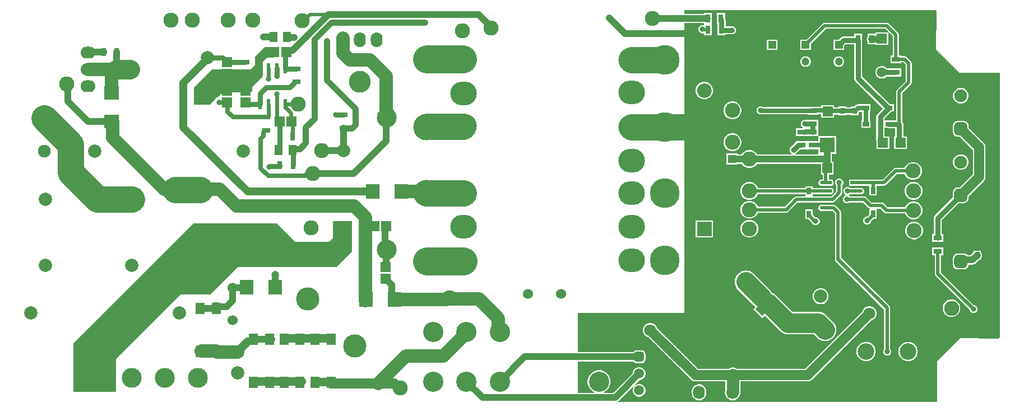
<source format=gbr>
%TF.GenerationSoftware,Altium Limited,Altium Designer,21.6.4 (81)*%
G04 Layer_Physical_Order=2*
G04 Layer_Color=16711680*
%FSLAX43Y43*%
%MOMM*%
%TF.SameCoordinates,45A01B4D-518A-40F9-B883-98BDF5CD3DE6*%
%TF.FilePolarity,Positive*%
%TF.FileFunction,Copper,L2,Bot,Signal*%
%TF.Part,Single*%
G01*
G75*
%TA.AperFunction,Conductor*%
%ADD15C,3.000*%
%ADD16C,0.800*%
%ADD17C,0.500*%
%ADD18C,1.500*%
%ADD19C,1.900*%
%ADD20C,2.000*%
%ADD21C,1.000*%
%ADD23C,4.000*%
%ADD25C,0.600*%
%ADD26C,0.700*%
%ADD29C,0.900*%
%TA.AperFunction,ComponentPad*%
%ADD39C,2.286*%
%ADD40C,4.500*%
%ADD41C,4.000*%
%ADD42O,4.000X3.600*%
%ADD43C,1.950*%
G04:AMPARAMS|DCode=44|XSize=1.95mm|YSize=1.95mm|CornerRadius=0.488mm|HoleSize=0mm|Usage=FLASHONLY|Rotation=90.000|XOffset=0mm|YOffset=0mm|HoleType=Round|Shape=RoundedRectangle|*
%AMROUNDEDRECTD44*
21,1,1.950,0.975,0,0,90.0*
21,1,0.975,1.950,0,0,90.0*
1,1,0.975,0.488,0.488*
1,1,0.975,0.488,-0.488*
1,1,0.975,-0.488,-0.488*
1,1,0.975,-0.488,0.488*
%
%ADD44ROUNDEDRECTD44*%
G04:AMPARAMS|DCode=45|XSize=1.5mm|YSize=1.5mm|CornerRadius=0.375mm|HoleSize=0mm|Usage=FLASHONLY|Rotation=90.000|XOffset=0mm|YOffset=0mm|HoleType=Round|Shape=RoundedRectangle|*
%AMROUNDEDRECTD45*
21,1,1.500,0.750,0,0,90.0*
21,1,0.750,1.500,0,0,90.0*
1,1,0.750,0.375,0.375*
1,1,0.750,0.375,-0.375*
1,1,0.750,-0.375,-0.375*
1,1,0.750,-0.375,0.375*
%
%ADD45ROUNDEDRECTD45*%
%ADD46C,1.500*%
%ADD47R,1.500X1.500*%
%ADD48C,2.500*%
%ADD49C,2.000*%
%ADD50C,3.500*%
%ADD51C,2.200*%
%ADD52R,2.200X2.200*%
%ADD53O,1.778X2.286*%
%ADD54C,3.302*%
%ADD55C,3.000*%
%ADD56O,1.778X2.032*%
%ADD57C,2.794*%
%ADD58O,2.286X1.778*%
%ADD59C,3.048*%
%ADD60R,3.048X3.048*%
%ADD61R,1.200X1.200*%
%ADD62C,1.200*%
%ADD63C,1.250*%
%ADD64R,1.250X1.250*%
%ADD65C,1.524*%
%TA.AperFunction,ViaPad*%
%ADD66C,0.800*%
%ADD67C,1.800*%
%ADD68C,1.270*%
%ADD69C,1.200*%
%TA.AperFunction,SMDPad,CuDef*%
%ADD70R,1.450X1.800*%
%ADD71R,2.000X2.300*%
%ADD72R,2.300X2.300*%
%ADD73R,0.800X1.250*%
%ADD74R,1.250X0.800*%
%ADD75R,0.800X0.900*%
%ADD76R,1.556X1.505*%
%ADD77R,0.700X1.000*%
%ADD78R,1.505X1.556*%
%ADD79R,0.600X1.500*%
%ADD80R,2.300X2.000*%
G04:AMPARAMS|DCode=81|XSize=1.874mm|YSize=0.543mm|CornerRadius=0.272mm|HoleSize=0mm|Usage=FLASHONLY|Rotation=180.000|XOffset=0mm|YOffset=0mm|HoleType=Round|Shape=RoundedRectangle|*
%AMROUNDEDRECTD81*
21,1,1.874,0.000,0,0,180.0*
21,1,1.331,0.543,0,0,180.0*
1,1,0.543,-0.665,0.000*
1,1,0.543,0.665,0.000*
1,1,0.543,0.665,0.000*
1,1,0.543,-0.665,0.000*
%
%ADD81ROUNDEDRECTD81*%
%ADD82R,1.874X0.543*%
%ADD83R,1.000X0.700*%
%ADD84R,1.207X1.508*%
G04:AMPARAMS|DCode=85|XSize=1.505mm|YSize=1.556mm|CornerRadius=0mm|HoleSize=0mm|Usage=FLASHONLY|Rotation=225.000|XOffset=0mm|YOffset=0mm|HoleType=Round|Shape=Rectangle|*
%AMROTATEDRECTD85*
4,1,4,-0.018,1.082,1.082,-0.018,0.018,-1.082,-1.082,0.018,-0.018,1.082,0.0*
%
%ADD85ROTATEDRECTD85*%

%TA.AperFunction,Conductor*%
%ADD86C,1.300*%
%ADD87C,0.300*%
%ADD88C,1.200*%
%ADD89C,4.200*%
%ADD90R,3.035X3.014*%
%ADD91R,3.296X3.106*%
%ADD92R,4.174X3.648*%
%ADD93R,2.090X3.300*%
%ADD94R,1.000X2.087*%
%ADD95R,0.780X1.556*%
%ADD96R,4.756X3.425*%
%ADD97R,2.254X2.207*%
%ADD98R,2.825X3.450*%
%ADD99R,6.545X2.625*%
%ADD100R,4.100X4.125*%
%ADD101R,4.925X2.809*%
G36*
X140011Y59491D02*
X140069Y59433D01*
X140011Y53655D01*
X143598Y50194D01*
X149646Y50194D01*
Y50100D01*
X149667D01*
Y10100D01*
X149554D01*
X149433Y9980D01*
X143624Y10038D01*
X140163Y6451D01*
X140163Y354D01*
Y333D01*
X91974D01*
X91941Y460D01*
X92059Y551D01*
X95223Y3715D01*
X95300D01*
X95542Y3780D01*
X95758Y3905D01*
X95935Y4082D01*
X96060Y4298D01*
X96125Y4540D01*
Y4790D01*
X96060Y5032D01*
X95935Y5248D01*
X95758Y5425D01*
X95542Y5550D01*
X95300Y5615D01*
X95050D01*
X94808Y5550D01*
X94592Y5425D01*
X94415Y5248D01*
X94290Y5032D01*
X94225Y4790D01*
Y4713D01*
X91268Y1756D01*
X89847D01*
X89822Y1883D01*
X89917Y1922D01*
X90199Y2111D01*
X90439Y2351D01*
X90628Y2633D01*
X90758Y2947D01*
X90824Y3280D01*
Y3620D01*
X90758Y3953D01*
X90628Y4267D01*
X90439Y4549D01*
X90199Y4789D01*
X89917Y4978D01*
X89603Y5108D01*
X89270Y5174D01*
X88930D01*
X88597Y5108D01*
X88283Y4978D01*
X88001Y4789D01*
X87761Y4549D01*
X87572Y4267D01*
X87442Y3953D01*
X87376Y3620D01*
Y3280D01*
X87442Y2947D01*
X87572Y2633D01*
X87761Y2351D01*
X88001Y2111D01*
X88283Y1922D01*
X88378Y1883D01*
X88353Y1756D01*
X85894D01*
Y6499D01*
X94330D01*
X94385Y6415D01*
X94576Y6288D01*
X94800Y6244D01*
X95550D01*
X95774Y6288D01*
X95965Y6415D01*
X96092Y6606D01*
X96136Y6830D01*
Y7580D01*
X96092Y7804D01*
X95965Y7995D01*
X95774Y8122D01*
X95550Y8166D01*
X94800D01*
X94576Y8122D01*
X94385Y7995D01*
X94330Y7911D01*
X85894D01*
Y13850D01*
X101951D01*
Y57660D01*
X104844D01*
X104934Y57570D01*
Y57548D01*
X104968Y57435D01*
Y57385D01*
X104862Y57314D01*
X104844Y57322D01*
X104606D01*
X104385Y57230D01*
X104305Y57150D01*
X104216Y57062D01*
X104125Y56841D01*
Y56602D01*
X104216Y56382D01*
X104385Y56213D01*
X104606Y56122D01*
X104844D01*
X104862Y56129D01*
X104874Y56122D01*
X104968D01*
Y55852D01*
X106168D01*
Y57435D01*
X106168Y57502D01*
X106134Y57615D01*
Y58149D01*
D01*
D01*
Y58149D01*
X106148Y58183D01*
X106172Y58366D01*
X106148Y58549D01*
X106134Y58583D01*
Y58583D01*
Y59198D01*
X104934D01*
Y59124D01*
Y59072D01*
X101951D01*
Y59667D01*
X140011D01*
Y59491D01*
D02*
G37*
G36*
X40026Y52561D02*
X39936Y52471D01*
X38946D01*
X38275Y51800D01*
Y49581D01*
X36450Y47756D01*
Y47225D01*
X32225D01*
X31424Y46424D01*
X31419Y46423D01*
X31237Y46317D01*
X31088Y46168D01*
X30982Y45986D01*
X30981Y45981D01*
X30347Y45347D01*
X27928D01*
Y47982D01*
X30596Y50650D01*
X36427D01*
X37150Y51373D01*
Y52570D01*
X38600Y54020D01*
X40025D01*
X40026Y52561D01*
D02*
G37*
G36*
X51799Y23124D02*
X49425Y20750D01*
X34500D01*
X30400Y16650D01*
X25850D01*
X16125Y6925D01*
X16125Y1900D01*
X9725D01*
Y9300D01*
X27825Y27400D01*
X40425Y27400D01*
X43239Y24586D01*
X48286D01*
X48900Y25200D01*
Y27700D01*
X51799D01*
Y23124D01*
D02*
G37*
%LPC*%
G36*
X108134Y59198D02*
X106934D01*
Y58432D01*
X106922Y58373D01*
Y58148D01*
X106934Y58088D01*
Y58028D01*
Y57548D01*
X106959D01*
Y57514D01*
X106968Y57502D01*
Y57195D01*
X106956Y57136D01*
Y56585D01*
X106968Y56526D01*
Y56466D01*
D01*
Y55852D01*
X108168D01*
Y55936D01*
Y55973D01*
X109200D01*
X109259Y55985D01*
X109319D01*
X109375Y56008D01*
X109434Y56020D01*
X109484Y56053D01*
X109540Y56076D01*
X109582Y56119D01*
X109633Y56152D01*
X109666Y56203D01*
X109709Y56245D01*
X109732Y56301D01*
X109765Y56351D01*
X109777Y56410D01*
X109800Y56466D01*
Y56526D01*
X109812Y56585D01*
X109800Y56644D01*
Y56704D01*
X109777Y56760D01*
X109765Y56819D01*
X109732Y56869D01*
X109709Y56925D01*
X109666Y56967D01*
X109633Y57018D01*
X109582Y57051D01*
X109540Y57094D01*
X109484Y57117D01*
X109434Y57150D01*
X109375Y57162D01*
X109319Y57185D01*
X109259D01*
X109200Y57197D01*
X108220D01*
Y58073D01*
X108185Y58248D01*
X108183Y58252D01*
Y58257D01*
X108173Y58307D01*
X108146Y58349D01*
Y58373D01*
X108134Y58432D01*
Y58492D01*
Y59198D01*
D02*
G37*
G36*
X116075Y55190D02*
X114475D01*
Y53590D01*
X116075D01*
Y55190D01*
D02*
G37*
G36*
X125435Y52650D02*
X125225D01*
X125021Y52595D01*
X124839Y52490D01*
X124690Y52341D01*
X124585Y52159D01*
X124530Y51955D01*
Y51745D01*
X124585Y51541D01*
X124690Y51359D01*
X124839Y51210D01*
X125021Y51105D01*
X125225Y51050D01*
X125435D01*
X125639Y51105D01*
X125821Y51210D01*
X125970Y51359D01*
X126075Y51541D01*
X126130Y51745D01*
Y51955D01*
X126075Y52159D01*
X125970Y52341D01*
X125821Y52490D01*
X125639Y52595D01*
X125435Y52650D01*
D02*
G37*
G36*
X120420D02*
X120210D01*
X120006Y52595D01*
X119824Y52490D01*
X119675Y52341D01*
X119570Y52159D01*
X119515Y51955D01*
Y51745D01*
X119570Y51541D01*
X119675Y51359D01*
X119824Y51210D01*
X120006Y51105D01*
X120210Y51050D01*
X120420D01*
X120624Y51105D01*
X120806Y51210D01*
X120955Y51359D01*
X121060Y51541D01*
X121115Y51745D01*
Y51955D01*
X121060Y52159D01*
X120955Y52341D01*
X120806Y52490D01*
X120624Y52595D01*
X120420Y52650D01*
D02*
G37*
G36*
X131950Y51185D02*
X131700D01*
X131458Y51120D01*
X131242Y50995D01*
X131065Y50818D01*
X130940Y50602D01*
X130875Y50360D01*
Y50110D01*
X130940Y49868D01*
X131065Y49652D01*
X131242Y49475D01*
X131458Y49350D01*
X131700Y49285D01*
X131950D01*
X132192Y49350D01*
X132408Y49475D01*
X132539Y49606D01*
X133125D01*
Y49600D01*
X134775D01*
Y50800D01*
X134080D01*
X133933Y50829D01*
X132574D01*
X132408Y50995D01*
X132192Y51120D01*
X131950Y51185D01*
D02*
G37*
G36*
X105171Y48770D02*
X104829D01*
X104498Y48681D01*
X104202Y48510D01*
X103960Y48268D01*
X103789Y47972D01*
X103700Y47641D01*
Y47299D01*
X103789Y46968D01*
X103960Y46672D01*
X104202Y46430D01*
X104498Y46259D01*
X104829Y46170D01*
X105171D01*
X105502Y46259D01*
X105798Y46430D01*
X106040Y46672D01*
X106211Y46968D01*
X106300Y47299D01*
Y47641D01*
X106211Y47972D01*
X106040Y48268D01*
X105798Y48510D01*
X105502Y48681D01*
X105171Y48770D01*
D02*
G37*
G36*
X143905Y47850D02*
X143596D01*
X143297Y47770D01*
X143029Y47615D01*
X142810Y47396D01*
X142656Y47128D01*
X142576Y46829D01*
Y46520D01*
X142656Y46221D01*
X142810Y45953D01*
X143029Y45735D01*
X143297Y45580D01*
X143596Y45500D01*
X143905D01*
X144204Y45580D01*
X144472Y45735D01*
X144691Y45953D01*
X144846Y46221D01*
X144926Y46520D01*
Y46829D01*
X144846Y47128D01*
X144691Y47396D01*
X144472Y47615D01*
X144204Y47770D01*
X143905Y47850D01*
D02*
G37*
G36*
X129430Y45386D02*
X128215D01*
X128055Y45354D01*
X127955Y45312D01*
X127819Y45222D01*
X127647Y45050D01*
X127155D01*
Y44958D01*
Y44924D01*
X126455D01*
Y44958D01*
Y45050D01*
X125255D01*
Y44958D01*
Y44924D01*
X124633D01*
Y44958D01*
Y45278D01*
X122677D01*
Y45051D01*
Y45017D01*
X122244D01*
Y45025D01*
X120594D01*
Y45001D01*
X113735D01*
X113603Y45056D01*
X113364D01*
X113144Y44965D01*
X112975Y44796D01*
X112884Y44575D01*
Y44337D01*
X112975Y44116D01*
X113144Y43947D01*
X113364Y43856D01*
X113603D01*
X113661Y43880D01*
X120594D01*
Y43845D01*
Y43825D01*
X122244D01*
Y43861D01*
Y43895D01*
X122677D01*
Y43861D01*
Y43373D01*
X124633D01*
Y43768D01*
Y43802D01*
X125255D01*
Y43768D01*
Y43750D01*
X126455D01*
Y43768D01*
Y43802D01*
X127155D01*
Y43768D01*
Y43750D01*
X128355D01*
Y44123D01*
Y44172D01*
X128447Y44264D01*
X128869D01*
Y42925D01*
X128730D01*
Y41825D01*
X129375D01*
X129430Y41814D01*
X129484Y41825D01*
X130130D01*
Y42925D01*
X129990D01*
Y44275D01*
X130130D01*
Y45375D01*
X129484D01*
X129430Y45386D01*
D02*
G37*
G36*
X109427Y45818D02*
X109073D01*
X108732Y45726D01*
X108425Y45550D01*
X108175Y45300D01*
X107999Y44993D01*
X107907Y44652D01*
Y44298D01*
X107999Y43957D01*
X108175Y43650D01*
X108425Y43400D01*
X108732Y43224D01*
X109073Y43132D01*
X109427D01*
X109768Y43224D01*
X110075Y43400D01*
X110325Y43650D01*
X110501Y43957D01*
X110593Y44298D01*
Y44652D01*
X110501Y44993D01*
X110325Y45300D01*
X110075Y45550D01*
X109768Y45726D01*
X109427Y45818D01*
D02*
G37*
G36*
X132575Y57734D02*
X123200D01*
X123069Y57708D01*
X122987Y57674D01*
X122876Y57599D01*
X120466Y55190D01*
X119515D01*
Y53590D01*
X121115D01*
Y54501D01*
Y54541D01*
X123390Y56816D01*
X132385D01*
X132833Y56368D01*
X132757Y56265D01*
X132656Y56265D01*
X132472D01*
D01*
X130875D01*
D01*
Y56209D01*
X130855Y56090D01*
X129655D01*
Y55633D01*
X129644Y55618D01*
X129608Y55533D01*
X129573Y55448D01*
X129549Y55265D01*
X129573Y55082D01*
X129608Y54997D01*
X129644Y54912D01*
X129655Y54897D01*
Y54885D01*
Y54440D01*
X130855D01*
X130875Y54365D01*
X132775D01*
Y55962D01*
D01*
Y56139D01*
X132775Y56247D01*
X132878Y56323D01*
X133491Y55710D01*
Y52800D01*
X133125D01*
Y51600D01*
X134775D01*
Y51647D01*
Y51741D01*
X135060D01*
X135417Y51384D01*
Y48891D01*
X134126Y47599D01*
X134051Y47488D01*
X134017Y47406D01*
X133991Y47275D01*
Y42987D01*
X132930D01*
X132755Y42952D01*
X132690Y42925D01*
X132249D01*
Y42925D01*
X132230D01*
X132212Y43045D01*
Y43291D01*
X133196Y44275D01*
X133630D01*
Y45375D01*
X133095D01*
X128867Y49603D01*
Y55068D01*
X128855Y55127D01*
Y55187D01*
Y56090D01*
X127655D01*
Y55717D01*
Y55680D01*
X126058D01*
X125883Y55645D01*
X125774Y55600D01*
X125625Y55500D01*
X125315Y55190D01*
X124530D01*
Y53590D01*
X126130D01*
Y54221D01*
Y54275D01*
X126311Y54456D01*
X127643D01*
Y49350D01*
X127678Y49175D01*
X127723Y49065D01*
X127822Y48917D01*
X131965Y44774D01*
X131167Y43977D01*
X131068Y43828D01*
X131023Y43719D01*
X130988Y43544D01*
Y39928D01*
X130994Y39897D01*
Y39822D01*
Y38623D01*
X132951D01*
Y40528D01*
X132212D01*
Y41705D01*
X132230Y41825D01*
X132249D01*
Y41825D01*
X132690D01*
X132755Y41798D01*
X132930Y41763D01*
X133838D01*
Y40528D01*
X133669D01*
Y38623D01*
X135626D01*
Y40528D01*
X135062D01*
Y42350D01*
X135059Y42362D01*
X135062Y42375D01*
X135027Y42550D01*
X134982Y42659D01*
X134909Y42768D01*
Y47085D01*
X136200Y48376D01*
X136274Y48488D01*
X136308Y48569D01*
X136334Y48701D01*
Y51574D01*
X136308Y51705D01*
X136274Y51787D01*
X136200Y51898D01*
X135574Y52524D01*
X135463Y52599D01*
X135381Y52633D01*
X135250Y52659D01*
X134775D01*
Y52687D01*
Y52800D01*
X134409D01*
Y55900D01*
X134383Y56031D01*
X134349Y56113D01*
X134275Y56224D01*
X132899Y57599D01*
X132788Y57674D01*
X132706Y57708D01*
X132575Y57734D01*
D02*
G37*
G36*
X120200Y43037D02*
X120141Y43025D01*
X120081D01*
X120025Y43002D01*
X119966Y42990D01*
X119916Y42957D01*
X119860Y42934D01*
X119818Y42891D01*
X119767Y42858D01*
X119734Y42807D01*
X119691Y42765D01*
X119668Y42709D01*
X119635Y42659D01*
X119623Y42600D01*
X119600Y42544D01*
Y42484D01*
X119588Y42425D01*
X119600Y42366D01*
Y42306D01*
X119623Y42250D01*
X119635Y42191D01*
X119668Y42141D01*
X119691Y42085D01*
X119734Y42043D01*
X119767Y41992D01*
Y41992D01*
X119818Y41959D01*
X119849Y41927D01*
X119844Y41878D01*
X119811Y41800D01*
X118830D01*
Y40600D01*
X120029D01*
X120152Y40576D01*
X120275Y40600D01*
X120480D01*
Y40600D01*
X120594Y40600D01*
Y40600D01*
X121361D01*
X121419Y40588D01*
X121477Y40600D01*
X122099D01*
X122205Y40550D01*
X122205Y40478D01*
Y39800D01*
X120594D01*
Y39800D01*
X120594D01*
X120480Y39800D01*
X120480D01*
Y39800D01*
X119714D01*
X119655Y39812D01*
X119225D01*
X119166Y39800D01*
X118830D01*
Y39658D01*
X118792Y39633D01*
X118067Y38908D01*
X118034Y38857D01*
X117991Y38815D01*
X117968Y38759D01*
X117935Y38709D01*
X117923Y38650D01*
X117900Y38594D01*
Y38534D01*
X117888Y38475D01*
X117900Y38416D01*
Y38356D01*
X117923Y38300D01*
X117935Y38241D01*
X117968Y38191D01*
X117991Y38135D01*
X118034Y38093D01*
X118067Y38042D01*
X118118Y38009D01*
X118160Y37966D01*
X118216Y37943D01*
X118231Y37933D01*
X118193Y37806D01*
X112957D01*
X112889Y37925D01*
X112639Y38175D01*
X112332Y38351D01*
X111991Y38443D01*
X111637D01*
X111296Y38351D01*
X110990Y38175D01*
X110739Y37925D01*
X110671Y37806D01*
X110025D01*
Y37858D01*
Y37925D01*
X108375D01*
Y36275D01*
X110025D01*
Y36342D01*
Y36394D01*
X110671D01*
X110739Y36275D01*
X110990Y36025D01*
X111296Y35849D01*
X111637Y35757D01*
X111991D01*
X112332Y35849D01*
X112639Y36025D01*
X112889Y36275D01*
X112957Y36394D01*
X122627D01*
Y36342D01*
Y34747D01*
X122896D01*
Y34011D01*
X122724D01*
X122586Y33984D01*
X122500Y33948D01*
X122384Y33870D01*
X122306Y33753D01*
X122270Y33668D01*
X122243Y33530D01*
X122270Y33392D01*
X122306Y33307D01*
X122384Y33190D01*
X122500Y33112D01*
X122586Y33076D01*
X122724Y33049D01*
X124054D01*
X124238Y33086D01*
X124394Y33190D01*
X124499Y33346D01*
X124535Y33530D01*
X124504Y33687D01*
X124500Y33686D01*
X124472Y33753D01*
X124394Y33870D01*
X124278Y33948D01*
X124192Y33984D01*
X124054Y34011D01*
X123814D01*
Y34747D01*
X124532D01*
Y36703D01*
X124261D01*
Y37850D01*
X124905D01*
Y40550D01*
X122350D01*
X122244Y40600D01*
X122244Y40672D01*
Y41698D01*
Y41700D01*
Y41800D01*
X122244D01*
D01*
X122244D01*
X122244Y41825D01*
D01*
X122244D01*
D01*
Y43025D01*
X121478D01*
X121419Y43037D01*
X120200D01*
X120200Y43037D01*
D02*
G37*
G36*
X109427Y40993D02*
X109073D01*
X108732Y40901D01*
X108425Y40725D01*
X108175Y40475D01*
X107999Y40168D01*
X107907Y39827D01*
Y39473D01*
X107999Y39132D01*
X108175Y38825D01*
X108425Y38575D01*
X108732Y38399D01*
X109073Y38307D01*
X109427D01*
X109768Y38399D01*
X110075Y38575D01*
X110325Y38825D01*
X110501Y39132D01*
X110593Y39473D01*
Y39827D01*
X110501Y40168D01*
X110325Y40475D01*
X110075Y40725D01*
X109768Y40901D01*
X109427Y40993D01*
D02*
G37*
G36*
X143905Y37825D02*
X143596D01*
X143297Y37745D01*
X143029Y37590D01*
X142810Y37371D01*
X142656Y37103D01*
X142576Y36804D01*
Y36495D01*
X142656Y36196D01*
X142810Y35928D01*
X143029Y35710D01*
X143297Y35555D01*
X143596Y35475D01*
X143905D01*
X144204Y35555D01*
X144472Y35710D01*
X144691Y35928D01*
X144846Y36196D01*
X144926Y36495D01*
Y36804D01*
X144846Y37103D01*
X144691Y37371D01*
X144472Y37590D01*
X144204Y37745D01*
X143905Y37825D01*
D02*
G37*
G36*
X136727Y36642D02*
X136373D01*
X136032Y36551D01*
X135725Y36374D01*
X135475Y36124D01*
X135299Y35818D01*
X135283Y35758D01*
X133900D01*
X133769Y35732D01*
X133687Y35698D01*
X133575Y35624D01*
X131941Y33989D01*
X129158D01*
Y34002D01*
X126884D01*
Y33058D01*
X129158D01*
Y33071D01*
X129852D01*
X129950Y33000D01*
D01*
Y31600D01*
X131050D01*
Y33000D01*
D01*
D01*
X131148Y33071D01*
X132131D01*
X132262Y33097D01*
X132344Y33131D01*
X132455Y33206D01*
X134090Y34840D01*
X135283D01*
X135299Y34781D01*
X135475Y34475D01*
X135725Y34225D01*
X136032Y34048D01*
X136373Y33956D01*
X136727D01*
X137068Y34048D01*
X137375Y34225D01*
X137625Y34475D01*
X137801Y34781D01*
X137893Y35122D01*
Y35476D01*
X137801Y35818D01*
X137625Y36124D01*
X137375Y36374D01*
X137068Y36551D01*
X136727Y36642D01*
D02*
G37*
G36*
X126749Y32860D02*
X126511D01*
X126290Y32769D01*
X126187Y32666D01*
X126121Y32600D01*
X126030Y32379D01*
Y32141D01*
X126121Y31920D01*
X126290Y31751D01*
X126327Y31736D01*
Y31667D01*
X126336Y31656D01*
X126327Y31647D01*
Y31599D01*
X126244Y31565D01*
X126075Y31396D01*
X125984Y31175D01*
Y30937D01*
X126075Y30716D01*
X126244Y30547D01*
X126465Y30456D01*
X126703D01*
X126905Y30539D01*
X127203D01*
X127356Y30509D01*
X128686D01*
X128756Y30523D01*
X129004D01*
X129776Y29751D01*
X129925Y29651D01*
X130046Y29627D01*
X130034Y29500D01*
X129950D01*
Y28749D01*
X129593Y28392D01*
X129461D01*
X129240Y28301D01*
X129071Y28132D01*
X128980Y27911D01*
Y27673D01*
X129071Y27452D01*
X129240Y27283D01*
X129461Y27192D01*
X129699D01*
X129920Y27283D01*
X130089Y27452D01*
X130180Y27673D01*
Y27681D01*
X130599Y28100D01*
X131050D01*
Y29489D01*
X131050Y29498D01*
Y29500D01*
D01*
Y29500D01*
X131076Y29616D01*
X131609D01*
X132200Y29025D01*
X132311Y28951D01*
X132393Y28917D01*
X132524Y28891D01*
X135335D01*
X135351Y28831D01*
X135528Y28525D01*
X135778Y28275D01*
X136085Y28098D01*
X136426Y28006D01*
X136780D01*
X137121Y28098D01*
X137428Y28275D01*
X137678Y28525D01*
X137854Y28831D01*
X137946Y29173D01*
Y29526D01*
X137854Y29868D01*
X137678Y30174D01*
X137651Y30201D01*
X137428Y30424D01*
X137121Y30601D01*
X136780Y30692D01*
X136426D01*
X136085Y30601D01*
X135778Y30424D01*
X135555Y30201D01*
X135528Y30174D01*
X135351Y29868D01*
X135335Y29808D01*
X132714D01*
X132123Y30399D01*
X132012Y30474D01*
X131930Y30508D01*
X131799Y30534D01*
X130291D01*
X129518Y31306D01*
X129407Y31380D01*
X129325Y31414D01*
X129194Y31441D01*
X128839D01*
X128686Y31471D01*
X127356D01*
X127286Y31457D01*
X127031D01*
X126924Y31565D01*
X126887Y31580D01*
Y31717D01*
X126970Y31751D01*
X127020Y31801D01*
X127245D01*
X127356Y31779D01*
X128686D01*
X128824Y31806D01*
X128910Y31842D01*
X129026Y31920D01*
X129104Y32037D01*
X129140Y32122D01*
X129167Y32260D01*
X129140Y32398D01*
X129104Y32483D01*
X129026Y32600D01*
X128910Y32678D01*
X128824Y32714D01*
X128686Y32741D01*
X127356D01*
X127245Y32719D01*
X127020D01*
X126970Y32769D01*
X126749Y32860D01*
D02*
G37*
G36*
X125519Y34150D02*
X125281D01*
X125060Y34059D01*
X124891Y33890D01*
X124800Y33669D01*
Y33431D01*
X124891Y33210D01*
X124941Y33160D01*
Y32190D01*
X124208Y31457D01*
X124124D01*
X124054Y31471D01*
X122724D01*
X122612Y31449D01*
X121346D01*
X121344Y31575D01*
X121344Y31576D01*
Y31809D01*
X122575D01*
X122724Y31779D01*
X124054D01*
X124238Y31816D01*
X124394Y31920D01*
X124499Y32076D01*
X124535Y32260D01*
X124499Y32444D01*
X124394Y32600D01*
X124238Y32704D01*
X124054Y32741D01*
X122724D01*
X122650Y32726D01*
X121344D01*
Y32755D01*
Y32975D01*
X120244D01*
Y32762D01*
Y32734D01*
X113082D01*
X113066Y32793D01*
X112889Y33100D01*
X112639Y33350D01*
X112332Y33526D01*
X111991Y33618D01*
X111637D01*
X111296Y33526D01*
X110990Y33350D01*
X110739Y33100D01*
X110563Y32793D01*
X110471Y32452D01*
Y32098D01*
X110563Y31757D01*
X110739Y31450D01*
X110990Y31200D01*
X111296Y31024D01*
X111637Y30932D01*
X111991D01*
X112332Y31024D01*
X112639Y31200D01*
X112889Y31450D01*
X113066Y31757D01*
X113082Y31816D01*
X120244D01*
Y31576D01*
X120244Y31575D01*
X120242Y31449D01*
X118915D01*
X118784Y31423D01*
X118702Y31389D01*
X118591Y31314D01*
X117183Y29907D01*
X113082D01*
X113066Y29967D01*
X112889Y30273D01*
X112639Y30523D01*
X112332Y30700D01*
X111991Y30791D01*
X111637D01*
X111296Y30700D01*
X110990Y30523D01*
X110739Y30273D01*
X110563Y29967D01*
X110471Y29625D01*
Y29271D01*
X110563Y28930D01*
X110739Y28624D01*
X110990Y28374D01*
X111296Y28197D01*
X111637Y28105D01*
X111991D01*
X112332Y28197D01*
X112639Y28374D01*
X112889Y28624D01*
X113066Y28930D01*
X113082Y28989D01*
X117373D01*
X117505Y29016D01*
X117586Y29050D01*
X117698Y29124D01*
X119105Y30531D01*
X122612D01*
X122724Y30509D01*
X124054D01*
X124207Y30539D01*
X124398D01*
X124530Y30566D01*
X124611Y30600D01*
X124723Y30674D01*
X125724Y31676D01*
X125799Y31787D01*
X125811Y31816D01*
X125819Y31818D01*
X125824Y31824D01*
X125859Y32000D01*
Y33160D01*
X125887Y33189D01*
X125909Y33210D01*
X126000Y33431D01*
Y33669D01*
X125909Y33890D01*
X125740Y34059D01*
X125519Y34150D01*
D02*
G37*
G36*
X136780Y33618D02*
X136426D01*
X136085Y33526D01*
X135778Y33350D01*
X135528Y33100D01*
X135351Y32793D01*
X135260Y32452D01*
Y32098D01*
X135351Y31757D01*
X135528Y31450D01*
X135573Y31406D01*
X135778Y31200D01*
X136085Y31024D01*
X136426Y30932D01*
X136780D01*
X137121Y31024D01*
X137428Y31200D01*
X137678Y31450D01*
X137854Y31757D01*
X137946Y32098D01*
Y32452D01*
X137854Y32793D01*
X137678Y33100D01*
X137428Y33350D01*
X137121Y33526D01*
X136780Y33618D01*
D02*
G37*
G36*
X121344Y29475D02*
X120244D01*
Y28075D01*
X120695D01*
X121282Y27487D01*
X121335Y27360D01*
X121504Y27191D01*
X121724Y27100D01*
X121963D01*
X122184Y27191D01*
X122352Y27360D01*
X122444Y27581D01*
Y27819D01*
X122352Y28040D01*
X122184Y28209D01*
X121963Y28300D01*
X121768D01*
X121344Y28724D01*
Y28764D01*
Y29475D01*
D02*
G37*
G36*
X111991Y27918D02*
X111637D01*
X111296Y27826D01*
X110990Y27650D01*
X110739Y27400D01*
X110563Y27093D01*
X110471Y26752D01*
Y26398D01*
X110563Y26057D01*
X110739Y25750D01*
X110990Y25500D01*
X111296Y25324D01*
X111637Y25232D01*
X111991D01*
X112332Y25324D01*
X112639Y25500D01*
X112889Y25750D01*
X113066Y26057D01*
X113157Y26398D01*
Y26752D01*
X113066Y27093D01*
X112889Y27400D01*
X112639Y27650D01*
X112332Y27826D01*
X111991Y27918D01*
D02*
G37*
G36*
X106300Y27830D02*
X103700D01*
Y25230D01*
X106300D01*
Y27830D01*
D02*
G37*
G36*
X136861Y27649D02*
X136507D01*
X136166Y27557D01*
X135859Y27381D01*
X135609Y27131D01*
X135432Y26824D01*
X135341Y26483D01*
Y26129D01*
X135432Y25788D01*
X135609Y25481D01*
X135859Y25231D01*
X136166Y25055D01*
X136507Y24963D01*
X136861D01*
X137202Y25055D01*
X137509Y25231D01*
X137759Y25481D01*
X137935Y25788D01*
X138027Y26129D01*
Y26483D01*
X137935Y26824D01*
X137759Y27131D01*
X137509Y27381D01*
X137202Y27557D01*
X136861Y27649D01*
D02*
G37*
G36*
X144238Y42856D02*
X143263D01*
X143084Y42832D01*
X142916Y42763D01*
X142773Y42653D01*
X142663Y42509D01*
X142593Y42342D01*
X142570Y42162D01*
Y41187D01*
X142593Y41008D01*
X142663Y40841D01*
X142773Y40697D01*
X142916Y40587D01*
X143084Y40517D01*
X143263Y40494D01*
X143576D01*
X145581Y38489D01*
Y34835D01*
X143576Y32831D01*
X143263D01*
X143084Y32807D01*
X142916Y32738D01*
X142773Y32628D01*
X142663Y32484D01*
X142593Y32317D01*
X142570Y32137D01*
Y31334D01*
X139843Y28607D01*
X139743Y28458D01*
X139698Y28349D01*
X139663Y28174D01*
Y25775D01*
X139450D01*
Y24575D01*
X140216D01*
X140275Y24563D01*
X140334Y24575D01*
X141100D01*
Y25775D01*
X140887D01*
Y27921D01*
X143435Y30469D01*
X144238D01*
X144418Y30492D01*
X144585Y30562D01*
X144728Y30672D01*
X144839Y30816D01*
X144908Y30983D01*
X144932Y31162D01*
Y31476D01*
X147217Y33761D01*
X147369Y33959D01*
X147465Y34190D01*
X147498Y34438D01*
Y38886D01*
X147465Y39134D01*
X147369Y39365D01*
X147217Y39564D01*
X144932Y41849D01*
Y42162D01*
X144908Y42342D01*
X144839Y42509D01*
X144728Y42653D01*
X144585Y42763D01*
X144418Y42832D01*
X144238Y42856D01*
D02*
G37*
G36*
X146247Y23281D02*
X146201Y23275D01*
X145697D01*
Y23023D01*
X145230Y22556D01*
X144764D01*
X144728Y22603D01*
X144584Y22713D01*
X144417Y22782D01*
X144238Y22806D01*
X143262D01*
X143083Y22782D01*
X142916Y22713D01*
X142772Y22603D01*
X142662Y22459D01*
X142593Y22292D01*
X142569Y22112D01*
Y21138D01*
X142593Y20958D01*
X142662Y20791D01*
X142772Y20647D01*
X142916Y20537D01*
X143083Y20468D01*
X143262Y20444D01*
X144238D01*
X144417Y20468D01*
X144584Y20537D01*
X144728Y20647D01*
X144838Y20791D01*
X144907Y20958D01*
X144931Y21138D01*
Y21144D01*
X145522D01*
X145705Y21168D01*
X145790Y21203D01*
X145875Y21239D01*
X146021Y21351D01*
X146546Y21875D01*
X146797D01*
Y22074D01*
Y22142D01*
X146859Y22222D01*
X146894Y22307D01*
X146929Y22392D01*
X146953Y22575D01*
X146929Y22758D01*
X146894Y22843D01*
X146859Y22928D01*
X146797Y23008D01*
Y23076D01*
Y23275D01*
X146293D01*
X146247Y23281D01*
D02*
G37*
G36*
X122733Y17550D02*
X122417D01*
X122112Y17468D01*
X121838Y17310D01*
X121614Y17087D01*
X121456Y16813D01*
X121375Y16508D01*
Y16192D01*
X121456Y15887D01*
X121614Y15613D01*
X121838Y15390D01*
X122112Y15232D01*
X122417Y15150D01*
X122733D01*
X123038Y15232D01*
X123312Y15390D01*
X123535Y15613D01*
X123693Y15887D01*
X123775Y16192D01*
Y16508D01*
X123693Y16813D01*
X123535Y17087D01*
X123312Y17310D01*
X123038Y17468D01*
X122733Y17550D01*
D02*
G37*
G36*
X141100Y23775D02*
X139450D01*
Y22575D01*
X139816D01*
Y19775D01*
X139842Y19644D01*
X139876Y19562D01*
X139951Y19450D01*
X145050Y14351D01*
Y14281D01*
X145141Y14060D01*
X145310Y13891D01*
X145531Y13800D01*
X145769D01*
X145990Y13891D01*
X146159Y14060D01*
X146250Y14281D01*
Y14519D01*
X146159Y14740D01*
X145990Y14909D01*
X145769Y15000D01*
X145699D01*
X140734Y19965D01*
Y22575D01*
X141100D01*
Y23775D01*
D02*
G37*
G36*
X142523Y15889D02*
X142170D01*
X141828Y15798D01*
X141522Y15621D01*
X141272Y15371D01*
X141095Y15065D01*
X141003Y14723D01*
Y14370D01*
X141095Y14028D01*
X141272Y13722D01*
X141522Y13472D01*
X141828Y13295D01*
X142170Y13203D01*
X142523D01*
X142865Y13295D01*
X143171Y13472D01*
X143421Y13722D01*
X143598Y14028D01*
X143689Y14370D01*
Y14723D01*
X143598Y15065D01*
X143421Y15371D01*
X143171Y15621D01*
X142865Y15798D01*
X142523Y15889D01*
D02*
G37*
G36*
X111325Y20258D02*
X110992Y20225D01*
X110752Y20153D01*
X110597Y20089D01*
X110376Y19970D01*
X110117Y19758D01*
X109905Y19499D01*
X109786Y19278D01*
X109722Y19123D01*
X109650Y18883D01*
X109617Y18550D01*
X109650Y18217D01*
X109722Y17977D01*
X109786Y17822D01*
X109905Y17601D01*
X110117Y17342D01*
X112442Y15017D01*
X112650Y14847D01*
X112673Y14690D01*
X112552Y14570D01*
X112388Y14405D01*
X113771Y13022D01*
X114049Y13299D01*
X114142Y13392D01*
X116442Y11092D01*
X116701Y10880D01*
X116922Y10761D01*
X117077Y10697D01*
X117317Y10625D01*
X117650Y10592D01*
X121517D01*
X122017Y10092D01*
X122276Y9880D01*
X122497Y9761D01*
X122652Y9697D01*
X122892Y9625D01*
X123225Y9592D01*
X123558Y9625D01*
X123798Y9697D01*
X123953Y9761D01*
X124174Y9880D01*
X124433Y10092D01*
X124645Y10351D01*
X124764Y10572D01*
X124828Y10727D01*
X124900Y10967D01*
X124933Y11300D01*
X124900Y11633D01*
X124828Y11873D01*
X124764Y12028D01*
X124645Y12249D01*
X124433Y12508D01*
X123433Y13508D01*
X123174Y13720D01*
X122953Y13839D01*
X122798Y13903D01*
X122558Y13975D01*
X122225Y14008D01*
X118358D01*
X115866Y16500D01*
X115607Y16712D01*
X115386Y16831D01*
X115232Y16894D01*
X115218Y16899D01*
X115216Y16901D01*
X115209Y16904D01*
X115189Y16953D01*
X115070Y17174D01*
X114858Y17433D01*
X112533Y19758D01*
X112274Y19970D01*
X112053Y20089D01*
X111898Y20153D01*
X111658Y20225D01*
X111325Y20258D01*
D02*
G37*
G36*
X124054Y30201D02*
X122724D01*
X122586Y30174D01*
X122500Y30138D01*
X122384Y30060D01*
X122306Y29943D01*
X122270Y29858D01*
X122243Y29720D01*
X122270Y29582D01*
X122306Y29497D01*
X122384Y29380D01*
X122500Y29302D01*
X122586Y29266D01*
X122724Y29239D01*
X124054D01*
X124165Y29261D01*
X124365D01*
X124746Y28880D01*
Y21989D01*
X124772Y21857D01*
X124806Y21776D01*
X124881Y21664D01*
X132166Y14379D01*
Y8390D01*
X132116Y8340D01*
X132025Y8119D01*
Y7881D01*
X132116Y7660D01*
X132285Y7491D01*
X132506Y7400D01*
X132744D01*
X132965Y7491D01*
X133134Y7660D01*
X133225Y7881D01*
Y8119D01*
X133134Y8340D01*
X133112Y8361D01*
X133084Y8390D01*
Y14569D01*
X133058Y14700D01*
X133024Y14782D01*
X132949Y14893D01*
X125664Y22179D01*
Y29070D01*
X125638Y29201D01*
X125604Y29283D01*
X125529Y29394D01*
X124879Y30044D01*
X124768Y30119D01*
X124686Y30153D01*
X124555Y30179D01*
X124165D01*
X124054Y30201D01*
D02*
G37*
G36*
X135991Y9450D02*
X135609D01*
X135240Y9351D01*
X134910Y9160D01*
X134640Y8890D01*
X134449Y8560D01*
X134350Y8191D01*
Y7809D01*
X134449Y7440D01*
X134640Y7110D01*
X134910Y6840D01*
X135240Y6649D01*
X135609Y6550D01*
X135991D01*
X136360Y6649D01*
X136690Y6840D01*
X136960Y7110D01*
X137151Y7440D01*
X137250Y7809D01*
Y8191D01*
X137151Y8560D01*
X136960Y8890D01*
X136690Y9160D01*
X136360Y9351D01*
X135991Y9450D01*
D02*
G37*
G36*
X129641D02*
X129259D01*
X128890Y9351D01*
X128560Y9160D01*
X128290Y8890D01*
X128099Y8560D01*
X128000Y8191D01*
Y7809D01*
X128099Y7440D01*
X128290Y7110D01*
X128560Y6840D01*
X128890Y6649D01*
X129259Y6550D01*
X129641D01*
X130010Y6649D01*
X130340Y6840D01*
X130610Y7110D01*
X130801Y7440D01*
X130900Y7809D01*
Y8191D01*
X130801Y8560D01*
X130610Y8890D01*
X130340Y9160D01*
X130010Y9351D01*
X129641Y9450D01*
D02*
G37*
G36*
X130095Y14875D02*
X129805D01*
X129525Y14800D01*
X129275Y14655D01*
X129070Y14450D01*
X128925Y14200D01*
X128890Y14070D01*
X120203Y5383D01*
X109965D01*
X109905Y5430D01*
X109848Y5453D01*
X109848D01*
X109625Y5545D01*
X109325Y5585D01*
X109025Y5545D01*
X108802Y5453D01*
X108802D01*
X108745Y5430D01*
X108685Y5383D01*
X104047D01*
X97910Y11520D01*
X97875Y11650D01*
X97730Y11900D01*
X97525Y12105D01*
X97275Y12250D01*
X96995Y12325D01*
X96705D01*
X96425Y12250D01*
X96175Y12105D01*
X95970Y11900D01*
X95825Y11650D01*
X95750Y11370D01*
Y11080D01*
X95825Y10800D01*
X95970Y10550D01*
X96175Y10345D01*
X96425Y10200D01*
X96555Y10165D01*
X102972Y3747D01*
X103171Y3595D01*
X103402Y3499D01*
X103650Y3467D01*
X108165D01*
Y2116D01*
X108130Y1850D01*
X108170Y1550D01*
X108285Y1270D01*
X108315Y1232D01*
X108339Y1174D01*
X108513Y946D01*
X108741Y772D01*
X108873Y717D01*
X109006Y662D01*
X109290Y625D01*
X109574Y662D01*
X109707Y717D01*
X109839Y772D01*
X110067Y946D01*
X110241Y1174D01*
X110256Y1209D01*
X110330Y1305D01*
X110445Y1585D01*
X110485Y1885D01*
Y3467D01*
X120600D01*
X120848Y3499D01*
X121079Y3595D01*
X121278Y3747D01*
X130245Y12715D01*
X130375Y12750D01*
X130625Y12895D01*
X130830Y13100D01*
X130975Y13350D01*
X131050Y13630D01*
Y13920D01*
X130975Y14200D01*
X130830Y14450D01*
X130625Y14655D01*
X130375Y14800D01*
X130095Y14875D01*
D02*
G37*
G36*
X95300Y3075D02*
X95050D01*
X94808Y3010D01*
X94592Y2885D01*
X94415Y2708D01*
X94290Y2492D01*
X94225Y2250D01*
Y2000D01*
X94290Y1758D01*
X94415Y1542D01*
X94592Y1365D01*
X94808Y1240D01*
X95050Y1175D01*
X95300D01*
X95542Y1240D01*
X95758Y1365D01*
X95935Y1542D01*
X96060Y1758D01*
X96125Y2000D01*
Y2250D01*
X96060Y2492D01*
X95935Y2708D01*
X95758Y2885D01*
X95542Y3010D01*
X95300Y3075D01*
D02*
G37*
G36*
X104210Y3075D02*
X103926Y3038D01*
X103793Y2983D01*
X103661Y2928D01*
X103433Y2754D01*
X103259Y2526D01*
X103204Y2394D01*
X103149Y2261D01*
X103112Y1977D01*
Y1723D01*
X103149Y1439D01*
X103204Y1306D01*
X103259Y1174D01*
X103433Y946D01*
X103661Y772D01*
X103793Y717D01*
X103926Y662D01*
X104210Y625D01*
X104494Y662D01*
X104627Y717D01*
X104759Y772D01*
X104987Y946D01*
X105161Y1174D01*
X105216Y1306D01*
X105271Y1439D01*
X105308Y1723D01*
Y1977D01*
X105271Y2261D01*
X105216Y2394D01*
X105161Y2526D01*
X104987Y2754D01*
X104759Y2928D01*
X104627Y2983D01*
X104494Y3038D01*
X104210Y3075D01*
D02*
G37*
%LPD*%
G36*
X120303Y38600D02*
X120323D01*
X120467D01*
X120478Y38600D01*
X120480D01*
D01*
X120480D01*
X120594Y38600D01*
X120607Y38600D01*
X122205D01*
Y37858D01*
D01*
Y37850D01*
X122096Y37806D01*
X118807D01*
X118769Y37933D01*
X118784Y37943D01*
X118840Y37966D01*
X118882Y38009D01*
X118933Y38042D01*
X119478Y38588D01*
X119655D01*
X119714Y38600D01*
X119774D01*
D01*
X120303D01*
D02*
G37*
D15*
X122225Y12300D02*
X123225Y11300D01*
X114658Y15292D02*
X117650Y12300D01*
X122225D01*
X16250Y50701D02*
X18275D01*
X111325Y18550D02*
X113650Y16225D01*
D16*
X107568Y56585D02*
Y57136D01*
Y56585D02*
X109200D01*
X39300Y36000D02*
X40900D01*
X119225Y39200D02*
X119655D01*
X118500Y38475D02*
X119225Y39200D01*
X121419Y42088D02*
Y42425D01*
Y41200D02*
Y42088D01*
X120152Y41187D02*
X120189Y41225D01*
X121394D01*
X39250Y35950D02*
X39300Y36000D01*
X32904Y51749D02*
X35700D01*
X29970Y52425D02*
X32228D01*
X32904Y51749D01*
X40850Y40474D02*
Y42675D01*
Y38600D02*
Y40474D01*
X40900Y36000D02*
Y36175D01*
X49300Y43825D02*
X49351Y43774D01*
X50500D01*
X102500Y56100D02*
X104550Y54050D01*
X107568Y57136D02*
X107608Y57176D01*
X107534Y58148D02*
X107608Y58073D01*
X107534Y58148D02*
Y58373D01*
X107608Y57176D02*
Y58073D01*
X120200Y42425D02*
X120200Y42425D01*
X121419D01*
X125380Y54440D02*
X125530Y54590D01*
X125580D02*
X126058Y55068D01*
X125530Y54590D02*
X125580D01*
X126058Y55068D02*
X128255D01*
X125380Y54390D02*
Y54440D01*
X132830Y44774D02*
Y44825D01*
X132780D02*
X132830D01*
X128255Y49350D02*
X132780Y44825D01*
X128255Y49350D02*
Y55068D01*
X134450Y39773D02*
Y42350D01*
Y39773D02*
X134647Y39576D01*
X132930Y42375D02*
X134450D01*
X134450Y42375D01*
X104550Y54050D02*
X107309D01*
X131952Y39576D02*
X131972D01*
X131600Y39928D02*
Y43544D01*
Y39928D02*
X131952Y39576D01*
X131600Y43544D02*
X132830Y44774D01*
X131768Y50217D02*
X133933D01*
X123779Y42400D02*
X126805D01*
X140275Y28174D02*
X143751Y31650D01*
X140275Y25175D02*
Y28174D01*
X37926Y47052D02*
X38849Y47975D01*
X37926Y45451D02*
Y47052D01*
X38849Y47975D02*
X42426D01*
X43049Y48598D01*
X41705Y50820D02*
Y53143D01*
X42826Y38474D02*
X42900Y38400D01*
X40435Y49635D02*
Y50820D01*
X40724Y38474D02*
X40850Y38600D01*
X42900Y36224D02*
Y38400D01*
X41751Y50774D02*
X43424D01*
X35898Y45420D02*
X37895D01*
D17*
X121419Y42088D02*
X121419Y42088D01*
X121264Y42243D02*
X121419Y42088D01*
X121419Y41200D02*
Y42088D01*
X42000Y55800D02*
X42310Y55490D01*
X44639Y34550D02*
X44672Y34583D01*
X38450Y41324D02*
X38600Y41474D01*
X38450Y41099D02*
Y41324D01*
X38600Y41474D02*
X38825D01*
X44197Y57786D02*
X45411Y59000D01*
X48575D01*
X41705Y53143D02*
X42047Y53484D01*
X42826Y38474D02*
X42989Y38637D01*
X47250Y38375D02*
X47275Y38400D01*
X135876Y48701D02*
Y51574D01*
X134450Y42375D02*
Y47275D01*
X135876Y48701D01*
X135250Y52200D02*
X135876Y51574D01*
X133950Y52200D02*
X135250D01*
X133950D02*
Y55900D01*
X132575Y57275D02*
X133950Y55900D01*
X123200Y57275D02*
X132575D01*
X131775Y55265D02*
X131825Y55315D01*
X120315Y54390D02*
X123200Y57275D01*
X125400Y32000D02*
Y33550D01*
X124398Y30998D02*
X125400Y32000D01*
X118915Y30990D02*
X123389D01*
X123397Y30998D01*
X124398D01*
X104747Y56699D02*
X105546D01*
X105568Y56677D01*
X104725Y56722D02*
X104747Y56699D01*
X126723Y30998D02*
X128013D01*
X126584Y31056D02*
X126665D01*
X128013Y30998D02*
X128021Y30990D01*
X126665Y31056D02*
X126723Y30998D01*
X123555Y35749D02*
X123579Y35725D01*
X130345Y33530D02*
X130500Y33375D01*
Y32300D02*
Y33375D01*
X128021Y33530D02*
X130500D01*
X132131D01*
X133900Y35299D02*
X136550D01*
X132131Y33530D02*
X133900Y35299D01*
X126630Y32260D02*
X128021D01*
X117373Y29448D02*
X118915Y30990D01*
X111814Y29448D02*
X117373D01*
X124555Y29720D02*
X125205Y29070D01*
Y21989D02*
X132625Y14569D01*
X125205Y21989D02*
Y29070D01*
X120794Y28625D02*
Y28775D01*
X121661Y27758D02*
X121786D01*
X120794Y28625D02*
X121661Y27758D01*
X121786D02*
X121844Y27700D01*
X129580Y27792D02*
X129642D01*
X130500Y28650D01*
Y28800D01*
X132625Y8000D02*
Y14569D01*
X123389Y29720D02*
X124555D01*
X130101Y30075D02*
X131799D01*
X132524Y29349D01*
X136603D01*
X129194Y30982D02*
X130101Y30075D01*
X128029Y30982D02*
X129194D01*
X128021Y30990D02*
X128029Y30982D01*
X111814Y32275D02*
X120794D01*
X120801Y32268D01*
X123381D02*
X123389Y32260D01*
X120801Y32268D02*
X123381D01*
X133933Y50217D02*
X133950Y50200D01*
X131750Y50235D02*
X131768Y50217D01*
X140275Y19775D02*
Y23175D01*
Y19775D02*
X145650Y14400D01*
X105534Y58373D02*
X105628Y58467D01*
X97125Y58375D02*
X97134Y58366D01*
X123355Y33550D02*
Y35501D01*
X123579Y35725D01*
X72800Y56950D02*
Y57125D01*
X42751Y42774D02*
X42850Y42675D01*
X40850D02*
X40949Y42774D01*
X43049Y48624D02*
X43199Y48774D01*
X43424D01*
X43049Y48598D02*
Y48624D01*
X37895Y45420D02*
X37926Y45451D01*
X35668Y45650D02*
X35898Y45420D01*
D18*
X55775Y3175D02*
X58162D01*
X48650Y3200D02*
X55750D01*
X55775Y3175D01*
X58162D02*
X58887Y2450D01*
X59100D01*
X109325Y4425D02*
X120600D01*
X103650D02*
X109325D01*
X120600D02*
X129950Y13775D01*
X96850Y11225D02*
X103650Y4425D01*
X143629Y46675D02*
X143751D01*
Y31650D02*
X146539Y34438D01*
X143751Y41675D02*
X146539Y38886D01*
Y34438D02*
Y38886D01*
D19*
X109325Y1885D02*
Y4425D01*
X109290Y1850D02*
X109325Y1885D01*
D20*
X65625Y7325D02*
X69100Y10800D01*
X59875Y7325D02*
X65625D01*
X55750Y3200D02*
X59875Y7325D01*
X53825Y26673D02*
Y28300D01*
X52125Y30000D02*
X53825Y28300D01*
X34325Y30000D02*
X52125D01*
X53825Y15689D02*
Y26673D01*
X56950Y43400D02*
Y49650D01*
X50460Y55150D02*
Y55430D01*
Y53090D02*
Y55150D01*
X15600Y40350D02*
X23425Y32525D01*
X15600Y40350D02*
Y42825D01*
X23425Y32525D02*
X25077D01*
X66570Y16106D02*
X66727Y15949D01*
X73899Y11151D02*
Y13000D01*
X66443Y16106D02*
X66570D01*
X73899Y11151D02*
X74100Y10950D01*
X66887Y15914D02*
X70985D01*
X73899Y13000D01*
X66851Y15949D02*
X66887Y15914D01*
X66727Y15949D02*
X66851D01*
X58200Y15889D02*
X66101D01*
X66249Y16037D02*
X66374D01*
X66101Y15889D02*
X66249Y16037D01*
X66374D02*
X66443Y16106D01*
X29035Y8075D02*
X31275D01*
X59229Y32179D02*
X63045D01*
X15450Y42825D02*
X15600D01*
X31350Y7900D02*
X34500D01*
X28928Y32525D02*
X31800D01*
X34325Y30000D01*
X54525Y52075D02*
X56950Y49650D01*
X51475Y52075D02*
X54525D01*
X50460Y53090D02*
X51475Y52075D01*
X11925Y50701D02*
X15400D01*
X15450Y47125D02*
Y50651D01*
X35875Y17650D02*
Y17725D01*
D21*
X37025Y9475D02*
Y9651D01*
X34500Y7900D02*
Y8050D01*
X35925Y9475D02*
X37025D01*
X37250Y9875D02*
X39700D01*
X56950Y39850D02*
Y43400D01*
X57779Y16246D02*
X58200Y15825D01*
X56926Y18974D02*
X57178Y18722D01*
Y18696D02*
X57779Y18096D01*
Y16246D02*
Y18096D01*
X57178Y18696D02*
Y18722D01*
X56900Y18974D02*
X56926D01*
X56802Y23773D02*
X57088Y23487D01*
X56985Y20825D02*
Y23465D01*
X56802Y23773D02*
Y26681D01*
X56985Y23465D02*
X57008Y23442D01*
X42089Y53527D02*
X42792D01*
X48265Y59000D01*
X42047Y53484D02*
X42089Y53527D01*
X45825Y34925D02*
X52025D01*
X56950Y39850D01*
X42310Y55490D02*
X43103D01*
X38400Y55575D02*
X39898D01*
X31275Y14525D02*
X31493Y14743D01*
X32804D02*
X33750Y15689D01*
Y17675D01*
X31493Y14743D02*
X32804D01*
X31050Y14925D02*
X31500D01*
X31050Y14525D02*
Y14925D01*
X29050Y14525D02*
X31050D01*
X29050Y14525D02*
X29050Y14525D01*
X33750Y17675D02*
X36025D01*
X48575Y59000D02*
X70925D01*
X143750Y26625D02*
X143932Y26443D01*
X145879D01*
X146247Y26075D01*
X90655Y58470D02*
X93025Y56100D01*
X102500D01*
X16250Y50701D02*
Y53300D01*
X15400Y50701D02*
X16250D01*
X15400D02*
X15450Y50651D01*
X11954Y53271D02*
X14221D01*
X11925Y53241D02*
X11954Y53271D01*
X14221D02*
X14250Y53300D01*
X8896Y45879D02*
Y48254D01*
Y45879D02*
X11950Y42825D01*
X8650Y48500D02*
X8896Y48254D01*
X11950Y42825D02*
X15450D01*
X50500Y38375D02*
Y41774D01*
X50500Y38375D02*
X50500Y38375D01*
X59225Y32175D02*
X59229Y32179D01*
X130255Y55265D02*
X131775D01*
X123555Y37225D02*
Y39200D01*
Y35749D02*
Y37225D01*
X123430Y37100D02*
X123555Y37225D01*
X111814Y37100D02*
X123430D01*
X109200D02*
X111814D01*
X123655Y42524D02*
X123779Y42400D01*
X97134Y58366D02*
X105466D01*
X143975Y21850D02*
X145522D01*
X143750Y21625D02*
X143975Y21850D01*
X145522D02*
X146247Y22575D01*
X71500Y1050D02*
X91560D01*
X69100Y3450D02*
X71500Y1050D01*
X91560D02*
X95175Y4665D01*
X74100Y3450D02*
X77855Y7205D01*
X95175D01*
X70925Y59000D02*
X72800Y57125D01*
X47250Y38375D02*
X50500D01*
X68550Y32179D02*
X68554Y32182D01*
X40175Y17725D02*
Y19600D01*
D23*
X99045Y41952D02*
X102595D01*
X93999D02*
X99045D01*
X93999Y52112D02*
X99045D01*
X25127Y32475D02*
X28878D01*
X63045Y31919D02*
X68599D01*
X63108Y42015D02*
X68535D01*
X9250Y35075D02*
Y39350D01*
X5300Y43300D02*
X9250Y39350D01*
Y35075D02*
X13325Y31000D01*
X18500D01*
D25*
X39146Y49197D02*
X39165Y49216D01*
Y50820D01*
X40435Y43314D02*
Y46915D01*
X40425Y46925D02*
X40435Y46915D01*
X43610Y45435D02*
X43625Y45451D01*
X41705Y45420D02*
Y45435D01*
X43610D01*
X41705Y45347D02*
Y45495D01*
Y44970D02*
Y45347D01*
X42574Y42951D02*
X42751Y42774D01*
X42850Y40474D02*
Y42675D01*
X40425Y49625D02*
X40435Y49635D01*
Y43314D02*
X40949Y42800D01*
Y42774D02*
Y42800D01*
X42574Y42951D02*
Y44101D01*
X41705Y44970D02*
X42574Y44101D01*
X39165Y43524D02*
Y45420D01*
D26*
X44672Y34583D02*
X44711Y34622D01*
X38000Y35715D02*
Y40164D01*
X38450Y40614D02*
Y41099D01*
X38000Y40164D02*
X38450Y40614D01*
X45522Y34622D02*
X45825Y34925D01*
X44711Y34622D02*
X45522D01*
X38000Y35715D02*
X39165Y34550D01*
X44639D01*
X32904Y45664D02*
X33022Y45546D01*
X31728Y45677D02*
X31742Y45664D01*
X32904D01*
X113484Y44456D02*
X113499Y44440D01*
X121372D01*
X121388Y44425D01*
X121419Y44456D01*
X123525D01*
X123655Y44326D01*
X123692Y44363D02*
X127718D01*
X129430Y42375D02*
Y44825D01*
X127755Y44450D02*
X127805Y44500D01*
X127890D02*
X128215Y44825D01*
X127755Y44400D02*
Y44450D01*
X127805Y44500D02*
X127890D01*
X128215Y44825D02*
X129430D01*
X121419Y39200D02*
X123555D01*
X127718Y44363D02*
X127755Y44400D01*
X123655Y44326D02*
X123692Y44363D01*
X33022Y44257D02*
Y45546D01*
Y44257D02*
X33805Y43474D01*
X38825D01*
D29*
X48675Y57800D02*
X62800D01*
X46107Y43232D02*
Y55232D01*
X48675Y57800D01*
X47950Y49075D02*
Y54950D01*
Y49075D02*
X52300Y44725D01*
X43886Y38637D02*
X44800Y39551D01*
Y41925D02*
X46107Y43232D01*
X44800Y39551D02*
Y41925D01*
X42989Y38637D02*
X43886D01*
X52300Y42275D02*
Y44725D01*
X51799Y41774D02*
X52300Y42275D01*
X50500Y41774D02*
X51799D01*
D39*
X44225Y58000D02*
D03*
X109250Y44475D02*
D03*
X111814Y29448D02*
D03*
X136603Y45532D02*
D03*
X136684Y26306D02*
D03*
X111814Y26575D02*
D03*
X72800Y56950D02*
D03*
X59100Y2450D02*
D03*
X45600Y26681D02*
D03*
X36800Y58075D02*
D03*
X43625Y45451D02*
D03*
X33100Y58075D02*
D03*
X45825Y34925D02*
D03*
X47250Y38375D02*
D03*
X109250Y39650D02*
D03*
X136550Y35299D02*
D03*
X111814Y32275D02*
D03*
X142346Y14546D02*
D03*
X27675Y58075D02*
D03*
X97125Y58375D02*
D03*
X8650Y48500D02*
D03*
X68458Y56500D02*
D03*
X140775Y9100D02*
D03*
X24450Y58125D02*
D03*
X66506Y16092D02*
D03*
X136603Y29349D02*
D03*
X111814Y37100D02*
D03*
X136603Y32275D02*
D03*
D40*
X99045Y21759D02*
D03*
Y31919D02*
D03*
Y41952D02*
D03*
Y52112D02*
D03*
D41*
X63045Y31919D02*
D03*
Y21632D02*
D03*
Y41952D02*
D03*
Y52112D02*
D03*
D42*
X93999D02*
D03*
Y47159D02*
D03*
Y41952D02*
D03*
Y36872D02*
D03*
Y31919D02*
D03*
Y26839D02*
D03*
Y21759D02*
D03*
X68599Y52239D02*
D03*
Y47032D02*
D03*
Y42079D02*
D03*
Y31919D02*
D03*
Y26839D02*
D03*
Y21632D02*
D03*
D43*
X143750Y26625D02*
D03*
X143751Y36650D02*
D03*
Y46675D02*
D03*
X5300Y38300D02*
D03*
D44*
X143750Y21625D02*
D03*
X143751Y31650D02*
D03*
Y41675D02*
D03*
X5300Y43300D02*
D03*
D45*
X95175Y7205D02*
D03*
D46*
Y4665D02*
D03*
Y2125D02*
D03*
X131825Y50235D02*
D03*
Y52775D02*
D03*
D47*
Y55315D02*
D03*
D48*
X135800Y3000D02*
D03*
Y8000D02*
D03*
X129450Y3000D02*
D03*
Y8000D02*
D03*
D49*
X111401Y18850D02*
D03*
X106401D02*
D03*
X122575Y16350D02*
D03*
Y21350D02*
D03*
X50500Y38375D02*
D03*
Y26375D02*
D03*
X29928Y47467D02*
D03*
Y52467D02*
D03*
X34500Y7900D02*
D03*
Y4800D02*
D03*
X28928Y32525D02*
D03*
Y20525D02*
D03*
X37500Y25000D02*
D03*
Y30000D02*
D03*
X5500Y21000D02*
D03*
X18500D02*
D03*
X5500Y31000D02*
D03*
X18500D02*
D03*
X25700Y13800D02*
D03*
X3300D02*
D03*
X35352Y38300D02*
D03*
X12952D02*
D03*
X25077Y20525D02*
D03*
Y32525D02*
D03*
D50*
X52186Y8839D02*
D03*
X45114Y15911D02*
D03*
D51*
X105000Y47470D02*
D03*
D52*
Y26530D02*
D03*
D53*
X55540Y55150D02*
D03*
X53000D02*
D03*
X50460D02*
D03*
D54*
X53000Y48800D02*
D03*
X106750Y8200D02*
D03*
D55*
X57075Y43400D02*
D03*
X57025Y23425D02*
D03*
X13500Y4000D02*
D03*
X28500D02*
D03*
X23500D02*
D03*
X18500D02*
D03*
D56*
X109290Y1850D02*
D03*
X106750D02*
D03*
X104210D02*
D03*
D57*
X18275Y50701D02*
D03*
D58*
X11925Y48161D02*
D03*
Y50701D02*
D03*
Y53241D02*
D03*
D59*
X74100Y3450D02*
D03*
X69100D02*
D03*
X64100D02*
D03*
Y10950D02*
D03*
X69100D02*
D03*
X74100D02*
D03*
X89100Y3450D02*
D03*
D60*
Y10950D02*
D03*
D61*
X120315Y54390D02*
D03*
X125330D02*
D03*
X115275D02*
D03*
D62*
X120315Y51850D02*
D03*
Y49310D02*
D03*
X125330Y51850D02*
D03*
Y49310D02*
D03*
X115275Y51850D02*
D03*
Y49310D02*
D03*
D63*
X109200Y30000D02*
D03*
D64*
Y37100D02*
D03*
D65*
X83326Y16725D02*
D03*
X78376D02*
D03*
X33750Y17675D02*
D03*
Y12725D02*
D03*
D66*
X132625Y8000D02*
D03*
X109200Y56585D02*
D03*
X47950Y54950D02*
D03*
X39146Y49197D02*
D03*
X39250Y35950D02*
D03*
X43103Y55490D02*
D03*
X38400Y55575D02*
D03*
X40425Y46925D02*
D03*
X31728Y45677D02*
D03*
X49300Y43825D02*
D03*
X118500Y38475D02*
D03*
X120200Y42425D02*
D03*
X107309Y54050D02*
D03*
X113484Y44456D02*
D03*
X125400Y33550D02*
D03*
X104725Y56722D02*
D03*
X90655Y58470D02*
D03*
X126584Y31056D02*
D03*
X126630Y32260D02*
D03*
X121844Y27700D02*
D03*
X129580Y27792D02*
D03*
X145650Y14400D02*
D03*
X62800Y57800D02*
D03*
X38825Y47900D02*
D03*
X40425Y49625D02*
D03*
D67*
X96850Y11225D02*
D03*
X129950Y13775D02*
D03*
X123225Y11300D02*
D03*
D68*
X129855Y35299D02*
D03*
X103372Y30144D02*
D03*
X110199Y47599D02*
D03*
X111227Y52150D02*
D03*
D69*
X40175Y19600D02*
D03*
D70*
X31275Y14525D02*
D03*
Y7975D02*
D03*
X28825Y14525D02*
D03*
Y7975D02*
D03*
X36850Y3325D02*
D03*
Y9875D02*
D03*
X39300Y3325D02*
D03*
Y9875D02*
D03*
X48625D02*
D03*
Y3325D02*
D03*
X46175Y9875D02*
D03*
Y3325D02*
D03*
X41500D02*
D03*
Y9875D02*
D03*
X43950Y3325D02*
D03*
Y9875D02*
D03*
D71*
X59225Y32175D02*
D03*
X54925D02*
D03*
X40175Y17725D02*
D03*
X35875D02*
D03*
X58200Y15825D02*
D03*
X53900D02*
D03*
D72*
X128955Y39200D02*
D03*
X123555D02*
D03*
D73*
X105568Y56677D02*
D03*
X107568D02*
D03*
X107534Y58373D02*
D03*
X105534D02*
D03*
X16250Y53300D02*
D03*
X14250D02*
D03*
X128255Y55265D02*
D03*
X130255D02*
D03*
X40850Y40474D02*
D03*
X42850D02*
D03*
X40900Y36224D02*
D03*
X42900D02*
D03*
D74*
X133950Y50200D02*
D03*
Y52200D02*
D03*
X140275Y25175D02*
D03*
Y23175D02*
D03*
X121419Y41200D02*
D03*
Y39200D02*
D03*
X119655Y41200D02*
D03*
Y39200D02*
D03*
X121419Y42425D02*
D03*
Y44425D02*
D03*
X50500Y43774D02*
D03*
Y41774D02*
D03*
X38825Y41474D02*
D03*
Y43474D02*
D03*
X43424Y50774D02*
D03*
Y48774D02*
D03*
X35700Y51749D02*
D03*
Y49749D02*
D03*
D75*
X125855Y44400D02*
D03*
X127755D02*
D03*
X126805Y42400D02*
D03*
D76*
X123655Y42524D02*
D03*
Y44326D02*
D03*
X134647Y37774D02*
D03*
Y39576D02*
D03*
X131972Y37774D02*
D03*
Y39576D02*
D03*
X56900Y20776D02*
D03*
Y18974D02*
D03*
X32929Y49949D02*
D03*
Y51751D02*
D03*
X35668Y47451D02*
D03*
Y45650D02*
D03*
X32918Y47451D02*
D03*
Y45650D02*
D03*
D77*
X146247Y26075D02*
D03*
Y22575D02*
D03*
X120794Y32275D02*
D03*
Y28775D02*
D03*
X130500Y28800D02*
D03*
Y32300D02*
D03*
D78*
X55149Y26925D02*
D03*
X56951D02*
D03*
X41850Y53249D02*
D03*
X40048D02*
D03*
X125381Y35725D02*
D03*
X123579D02*
D03*
X42676Y42774D02*
D03*
X40874D02*
D03*
D79*
X37895Y50820D02*
D03*
X39165D02*
D03*
X40435D02*
D03*
X41705D02*
D03*
X37895Y45420D02*
D03*
X39165D02*
D03*
X40435D02*
D03*
X41705D02*
D03*
D80*
X15450Y42825D02*
D03*
Y47125D02*
D03*
D81*
X123389Y33530D02*
D03*
Y32260D02*
D03*
Y30990D02*
D03*
Y29720D02*
D03*
X128021D02*
D03*
Y30990D02*
D03*
Y32260D02*
D03*
D82*
Y33530D02*
D03*
D83*
X129430Y44825D02*
D03*
X132930D02*
D03*
Y42375D02*
D03*
X129430D02*
D03*
D84*
X42000Y55575D02*
D03*
X39898D02*
D03*
X42826Y38474D02*
D03*
X40724D02*
D03*
D85*
X112479Y13113D02*
D03*
X113753Y14387D02*
D03*
D86*
X34500Y8050D02*
X35925Y9475D01*
X37250Y3525D02*
X39700D01*
X39750Y3475D02*
X41725D01*
X44175D01*
X46175Y3450D02*
X48600D01*
X46175Y10025D02*
X48625D01*
X44175D02*
X46175D01*
X41725D02*
X44175D01*
D87*
X39700Y3525D02*
X39750Y3475D01*
X46107Y3407D02*
X46175Y3475D01*
X53825Y26673D02*
X54848D01*
X55100Y26925D01*
X55149D01*
X38045Y50970D02*
Y51570D01*
X38071Y51596D02*
Y52149D01*
X38602Y52681D02*
X38999D01*
X39171Y52853D02*
Y53249D01*
X40048D01*
X37895Y50820D02*
X38045Y50970D01*
Y51570D02*
X38071Y51596D01*
Y52149D02*
X38602Y52681D01*
X38999D02*
X39171Y52853D01*
X39446Y52621D02*
X40048Y53223D01*
Y53249D01*
X63045Y52239D02*
X63108Y52175D01*
X63045Y21575D02*
X63102Y21632D01*
X63045Y21575D02*
Y21632D01*
X102595Y41952D02*
X102832Y41716D01*
X68535Y52175D02*
X68599Y52239D01*
X63045Y52112D02*
Y52239D01*
Y41952D02*
X63108Y42015D01*
X68535D02*
X68599Y42079D01*
D88*
X36015Y32175D02*
X54925D01*
X26300Y41890D02*
Y48675D01*
Y41890D02*
X36015Y32175D01*
X29928Y52303D02*
Y52467D01*
X26300Y48675D02*
X29928Y52303D01*
D89*
X63102Y21632D02*
X68599D01*
X63108Y52175D02*
X68535D01*
D90*
X122107Y21243D02*
D03*
D91*
X106198Y18772D02*
D03*
D92*
X89513Y10600D02*
D03*
D93*
X50455Y26000D02*
D03*
D94*
X37775Y50757D02*
D03*
D95*
X39239Y53249D02*
D03*
D96*
X34335Y48938D02*
D03*
D97*
X29048Y46879D02*
D03*
D98*
X37287Y24775D02*
D03*
D99*
X26972Y20688D02*
D03*
D100*
X13300Y4137D02*
D03*
D101*
X144738Y26636D02*
D03*
%TF.MD5,90a683a76eb0806601152eb1656e5e16*%
M02*

</source>
